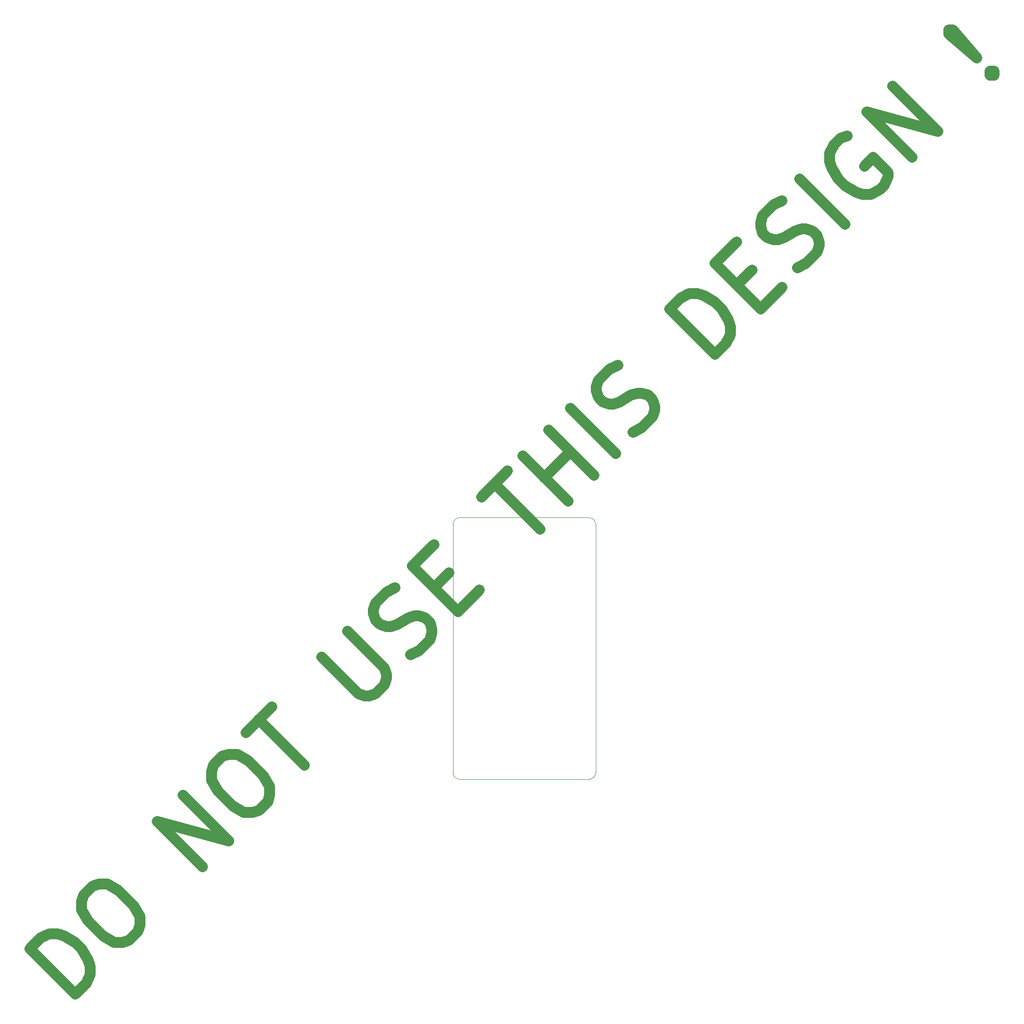
<source format=gbr>
%TF.GenerationSoftware,KiCad,Pcbnew,5.1.5+dfsg1-2~bpo10+1*%
%TF.CreationDate,Date%
%TF.ProjectId,CO2,434f322e-6b69-4636-9164-5f7063625858,rev?*%
%TF.SameCoordinates,Original*%
%TF.FileFunction,Other,Comment*%
%FSLAX45Y45*%
G04 Gerber Fmt 4.5, Leading zero omitted, Abs format (unit mm)*
G04 Created by KiCad*
%MOMM*%
%LPD*%
G04 APERTURE LIST*
%ADD10C,2.000000*%
%ADD11C,0.120000*%
G04 APERTURE END LIST*
D10*
X-7249939Y-8271654D02*
X-8098467Y-7423126D01*
X-7896436Y-7221096D01*
X-7734812Y-7140284D01*
X-7573187Y-7140284D01*
X-7451969Y-7180690D01*
X-7249939Y-7301908D01*
X-7128720Y-7423126D01*
X-7007502Y-7625157D01*
X-6967096Y-7746375D01*
X-6967096Y-7908000D01*
X-7047908Y-8069624D01*
X-7249939Y-8271654D01*
X-7088314Y-6412974D02*
X-6926690Y-6251349D01*
X-6805472Y-6210943D01*
X-6643847Y-6210943D01*
X-6441817Y-6332162D01*
X-6158974Y-6615004D01*
X-6037756Y-6817035D01*
X-6037756Y-6978659D01*
X-6078162Y-7099878D01*
X-6239786Y-7261502D01*
X-6361004Y-7301908D01*
X-6522629Y-7301908D01*
X-6724659Y-7180690D01*
X-7007502Y-6897847D01*
X-7128720Y-6695817D01*
X-7128720Y-6534192D01*
X-7088314Y-6412974D01*
X-4865979Y-5887694D02*
X-5714507Y-5039166D01*
X-4381106Y-5402821D01*
X-5229634Y-4554293D01*
X-4663948Y-3988608D02*
X-4502324Y-3826983D01*
X-4381106Y-3786577D01*
X-4219481Y-3786577D01*
X-4017451Y-3907796D01*
X-3734608Y-4190638D01*
X-3613390Y-4392669D01*
X-3613390Y-4554293D01*
X-3653796Y-4675512D01*
X-3815420Y-4837136D01*
X-3936638Y-4877542D01*
X-4098263Y-4877542D01*
X-4300293Y-4756324D01*
X-4583136Y-4473481D01*
X-4704354Y-4271451D01*
X-4704354Y-4109826D01*
X-4663948Y-3988608D01*
X-4057857Y-3382516D02*
X-3572983Y-2897643D01*
X-2966892Y-3988608D02*
X-3815420Y-3140080D01*
X-2643643Y-1968303D02*
X-1956739Y-2655206D01*
X-1835521Y-2695613D01*
X-1754709Y-2695613D01*
X-1633491Y-2655206D01*
X-1471866Y-2493582D01*
X-1431460Y-2372364D01*
X-1431460Y-2291552D01*
X-1471866Y-2170333D01*
X-2158770Y-1483429D01*
X-986993Y-1927897D02*
X-825368Y-1847084D01*
X-623338Y-1645054D01*
X-582932Y-1523835D01*
X-582932Y-1443023D01*
X-623338Y-1321805D01*
X-704150Y-1240993D01*
X-825368Y-1200587D01*
X-906181Y-1200587D01*
X-1027399Y-1240993D01*
X-1229430Y-1362211D01*
X-1350648Y-1402617D01*
X-1431460Y-1402617D01*
X-1552678Y-1362211D01*
X-1633491Y-1281399D01*
X-1673897Y-1160181D01*
X-1673897Y-1079368D01*
X-1633491Y-958150D01*
X-1431460Y-756120D01*
X-1269836Y-675307D01*
X-542526Y-675307D02*
X-259683Y-392465D01*
X306002Y-715713D02*
X-98059Y-1119775D01*
X-946587Y-271246D01*
X-542526Y132815D01*
X346408Y1021749D02*
X831282Y1506622D01*
X1437373Y415657D02*
X588845Y1264186D01*
X1962652Y940937D02*
X1114124Y1789465D01*
X1518185Y1385404D02*
X2003059Y1870277D01*
X2447526Y1425810D02*
X1598998Y2274338D01*
X2851587Y1829871D02*
X2003059Y2678399D01*
X3174835Y2233932D02*
X3336460Y2314744D01*
X3538490Y2516775D01*
X3578897Y2637993D01*
X3578897Y2718805D01*
X3538490Y2840023D01*
X3457678Y2920836D01*
X3336460Y2961242D01*
X3255648Y2961242D01*
X3134429Y2920836D01*
X2932399Y2799617D01*
X2811181Y2759211D01*
X2730368Y2759211D01*
X2609150Y2799617D01*
X2528338Y2880429D01*
X2487932Y3001648D01*
X2487932Y3082460D01*
X2528338Y3203678D01*
X2730368Y3405709D01*
X2891993Y3486521D01*
X4710267Y3688552D02*
X3861739Y4537080D01*
X4063770Y4739110D01*
X4225394Y4819922D01*
X4387019Y4819922D01*
X4508237Y4779516D01*
X4710267Y4658298D01*
X4831486Y4537080D01*
X4952704Y4335049D01*
X4993110Y4213831D01*
X4993110Y4052206D01*
X4912298Y3890582D01*
X4710267Y3688552D01*
X5114328Y4981547D02*
X5397171Y5264390D01*
X5962857Y4941141D02*
X5558796Y4537080D01*
X4710267Y5385608D01*
X5114328Y5789669D01*
X6245699Y5304796D02*
X6407324Y5385608D01*
X6609354Y5587638D01*
X6649760Y5708857D01*
X6649760Y5789669D01*
X6609354Y5910887D01*
X6528542Y5991699D01*
X6407324Y6032105D01*
X6326511Y6032105D01*
X6205293Y5991699D01*
X6003263Y5870481D01*
X5882044Y5830075D01*
X5801232Y5830075D01*
X5680014Y5870481D01*
X5599202Y5951293D01*
X5558796Y6072512D01*
X5558796Y6153324D01*
X5599202Y6274542D01*
X5801232Y6476573D01*
X5962857Y6557385D01*
X7134633Y6112918D02*
X6286105Y6961446D01*
X7175040Y7769568D02*
X7053821Y7729162D01*
X6932603Y7607943D01*
X6851791Y7446319D01*
X6851791Y7284695D01*
X6892197Y7163476D01*
X7013415Y6961446D01*
X7134633Y6840227D01*
X7336664Y6719009D01*
X7457882Y6678603D01*
X7619507Y6678603D01*
X7781131Y6759415D01*
X7861943Y6840227D01*
X7942756Y7001852D01*
X7942756Y7082664D01*
X7659913Y7365507D01*
X7498288Y7203882D01*
X8387223Y7365507D02*
X7538694Y8214035D01*
X8872096Y7850380D01*
X8023568Y8698908D01*
X9841842Y8981751D02*
X9922655Y8981751D01*
X9922655Y8900939D01*
X9841842Y8900939D01*
X9841842Y8981751D01*
X9922655Y8900939D01*
X9599406Y9224188D02*
X9074126Y9668655D01*
X9074126Y9749467D01*
X9154939Y9749467D01*
X9599406Y9224188D01*
X9074126Y9749467D01*
D11*
X-63500Y-4254500D02*
G75*
G02X-190500Y-4127500I0J127000D01*
G01*
X2476500Y-4127500D02*
G75*
G02X2349500Y-4254500I-127000J0D01*
G01*
X-190500Y507511D02*
G75*
G02X-63500Y634511I127000J0D01*
G01*
X2349500Y634511D02*
G75*
G02X2476500Y507511I0J-127000D01*
G01*
X2476500Y-4127500D02*
X2476500Y508000D01*
X-63500Y-4254500D02*
X2349500Y-4254500D01*
X-190500Y508000D02*
X-190500Y-4127500D01*
X2349500Y634511D02*
X-63500Y634511D01*
M02*

</source>
